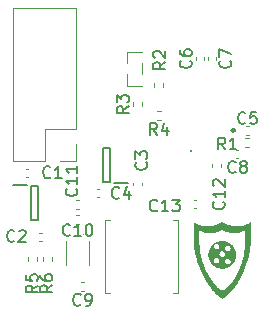
<source format=gbr>
%TF.GenerationSoftware,KiCad,Pcbnew,9.0.1*%
%TF.CreationDate,2025-04-18T20:02:12-04:00*%
%TF.ProjectId,M.2 to USB V1.0,4d2e3220-746f-4205-9553-422056312e30,rev?*%
%TF.SameCoordinates,Original*%
%TF.FileFunction,Legend,Top*%
%TF.FilePolarity,Positive*%
%FSLAX46Y46*%
G04 Gerber Fmt 4.6, Leading zero omitted, Abs format (unit mm)*
G04 Created by KiCad (PCBNEW 9.0.1) date 2025-04-18 20:02:12*
%MOMM*%
%LPD*%
G01*
G04 APERTURE LIST*
%ADD10C,0.150000*%
%ADD11C,0.200000*%
%ADD12C,0.120000*%
%ADD13C,0.100000*%
%ADD14C,0.000000*%
%ADD15C,0.250000*%
G04 APERTURE END LIST*
D10*
X149477142Y-88364580D02*
X149429523Y-88412200D01*
X149429523Y-88412200D02*
X149286666Y-88459819D01*
X149286666Y-88459819D02*
X149191428Y-88459819D01*
X149191428Y-88459819D02*
X149048571Y-88412200D01*
X149048571Y-88412200D02*
X148953333Y-88316961D01*
X148953333Y-88316961D02*
X148905714Y-88221723D01*
X148905714Y-88221723D02*
X148858095Y-88031247D01*
X148858095Y-88031247D02*
X148858095Y-87888390D01*
X148858095Y-87888390D02*
X148905714Y-87697914D01*
X148905714Y-87697914D02*
X148953333Y-87602676D01*
X148953333Y-87602676D02*
X149048571Y-87507438D01*
X149048571Y-87507438D02*
X149191428Y-87459819D01*
X149191428Y-87459819D02*
X149286666Y-87459819D01*
X149286666Y-87459819D02*
X149429523Y-87507438D01*
X149429523Y-87507438D02*
X149477142Y-87555057D01*
X150429523Y-88459819D02*
X149858095Y-88459819D01*
X150143809Y-88459819D02*
X150143809Y-87459819D01*
X150143809Y-87459819D02*
X150048571Y-87602676D01*
X150048571Y-87602676D02*
X149953333Y-87697914D01*
X149953333Y-87697914D02*
X149858095Y-87745533D01*
X151048571Y-87459819D02*
X151143809Y-87459819D01*
X151143809Y-87459819D02*
X151239047Y-87507438D01*
X151239047Y-87507438D02*
X151286666Y-87555057D01*
X151286666Y-87555057D02*
X151334285Y-87650295D01*
X151334285Y-87650295D02*
X151381904Y-87840771D01*
X151381904Y-87840771D02*
X151381904Y-88078866D01*
X151381904Y-88078866D02*
X151334285Y-88269342D01*
X151334285Y-88269342D02*
X151286666Y-88364580D01*
X151286666Y-88364580D02*
X151239047Y-88412200D01*
X151239047Y-88412200D02*
X151143809Y-88459819D01*
X151143809Y-88459819D02*
X151048571Y-88459819D01*
X151048571Y-88459819D02*
X150953333Y-88412200D01*
X150953333Y-88412200D02*
X150905714Y-88364580D01*
X150905714Y-88364580D02*
X150858095Y-88269342D01*
X150858095Y-88269342D02*
X150810476Y-88078866D01*
X150810476Y-88078866D02*
X150810476Y-87840771D01*
X150810476Y-87840771D02*
X150858095Y-87650295D01*
X150858095Y-87650295D02*
X150905714Y-87555057D01*
X150905714Y-87555057D02*
X150953333Y-87507438D01*
X150953333Y-87507438D02*
X151048571Y-87459819D01*
X156872142Y-86292080D02*
X156824523Y-86339700D01*
X156824523Y-86339700D02*
X156681666Y-86387319D01*
X156681666Y-86387319D02*
X156586428Y-86387319D01*
X156586428Y-86387319D02*
X156443571Y-86339700D01*
X156443571Y-86339700D02*
X156348333Y-86244461D01*
X156348333Y-86244461D02*
X156300714Y-86149223D01*
X156300714Y-86149223D02*
X156253095Y-85958747D01*
X156253095Y-85958747D02*
X156253095Y-85815890D01*
X156253095Y-85815890D02*
X156300714Y-85625414D01*
X156300714Y-85625414D02*
X156348333Y-85530176D01*
X156348333Y-85530176D02*
X156443571Y-85434938D01*
X156443571Y-85434938D02*
X156586428Y-85387319D01*
X156586428Y-85387319D02*
X156681666Y-85387319D01*
X156681666Y-85387319D02*
X156824523Y-85434938D01*
X156824523Y-85434938D02*
X156872142Y-85482557D01*
X157824523Y-86387319D02*
X157253095Y-86387319D01*
X157538809Y-86387319D02*
X157538809Y-85387319D01*
X157538809Y-85387319D02*
X157443571Y-85530176D01*
X157443571Y-85530176D02*
X157348333Y-85625414D01*
X157348333Y-85625414D02*
X157253095Y-85673033D01*
X158157857Y-85387319D02*
X158776904Y-85387319D01*
X158776904Y-85387319D02*
X158443571Y-85768271D01*
X158443571Y-85768271D02*
X158586428Y-85768271D01*
X158586428Y-85768271D02*
X158681666Y-85815890D01*
X158681666Y-85815890D02*
X158729285Y-85863509D01*
X158729285Y-85863509D02*
X158776904Y-85958747D01*
X158776904Y-85958747D02*
X158776904Y-86196842D01*
X158776904Y-86196842D02*
X158729285Y-86292080D01*
X158729285Y-86292080D02*
X158681666Y-86339700D01*
X158681666Y-86339700D02*
X158586428Y-86387319D01*
X158586428Y-86387319D02*
X158300714Y-86387319D01*
X158300714Y-86387319D02*
X158205476Y-86339700D01*
X158205476Y-86339700D02*
X158157857Y-86292080D01*
X150024580Y-84457857D02*
X150072200Y-84505476D01*
X150072200Y-84505476D02*
X150119819Y-84648333D01*
X150119819Y-84648333D02*
X150119819Y-84743571D01*
X150119819Y-84743571D02*
X150072200Y-84886428D01*
X150072200Y-84886428D02*
X149976961Y-84981666D01*
X149976961Y-84981666D02*
X149881723Y-85029285D01*
X149881723Y-85029285D02*
X149691247Y-85076904D01*
X149691247Y-85076904D02*
X149548390Y-85076904D01*
X149548390Y-85076904D02*
X149357914Y-85029285D01*
X149357914Y-85029285D02*
X149262676Y-84981666D01*
X149262676Y-84981666D02*
X149167438Y-84886428D01*
X149167438Y-84886428D02*
X149119819Y-84743571D01*
X149119819Y-84743571D02*
X149119819Y-84648333D01*
X149119819Y-84648333D02*
X149167438Y-84505476D01*
X149167438Y-84505476D02*
X149215057Y-84457857D01*
X150119819Y-83505476D02*
X150119819Y-84076904D01*
X150119819Y-83791190D02*
X149119819Y-83791190D01*
X149119819Y-83791190D02*
X149262676Y-83886428D01*
X149262676Y-83886428D02*
X149357914Y-83981666D01*
X149357914Y-83981666D02*
X149405533Y-84076904D01*
X150119819Y-82553095D02*
X150119819Y-83124523D01*
X150119819Y-82838809D02*
X149119819Y-82838809D01*
X149119819Y-82838809D02*
X149262676Y-82934047D01*
X149262676Y-82934047D02*
X149357914Y-83029285D01*
X149357914Y-83029285D02*
X149405533Y-83124523D01*
X162623333Y-81139819D02*
X162290000Y-80663628D01*
X162051905Y-81139819D02*
X162051905Y-80139819D01*
X162051905Y-80139819D02*
X162432857Y-80139819D01*
X162432857Y-80139819D02*
X162528095Y-80187438D01*
X162528095Y-80187438D02*
X162575714Y-80235057D01*
X162575714Y-80235057D02*
X162623333Y-80330295D01*
X162623333Y-80330295D02*
X162623333Y-80473152D01*
X162623333Y-80473152D02*
X162575714Y-80568390D01*
X162575714Y-80568390D02*
X162528095Y-80616009D01*
X162528095Y-80616009D02*
X162432857Y-80663628D01*
X162432857Y-80663628D02*
X162051905Y-80663628D01*
X163575714Y-81139819D02*
X163004286Y-81139819D01*
X163290000Y-81139819D02*
X163290000Y-80139819D01*
X163290000Y-80139819D02*
X163194762Y-80282676D01*
X163194762Y-80282676D02*
X163099524Y-80377914D01*
X163099524Y-80377914D02*
X163004286Y-80425533D01*
X146754819Y-92666666D02*
X146278628Y-92999999D01*
X146754819Y-93238094D02*
X145754819Y-93238094D01*
X145754819Y-93238094D02*
X145754819Y-92857142D01*
X145754819Y-92857142D02*
X145802438Y-92761904D01*
X145802438Y-92761904D02*
X145850057Y-92714285D01*
X145850057Y-92714285D02*
X145945295Y-92666666D01*
X145945295Y-92666666D02*
X146088152Y-92666666D01*
X146088152Y-92666666D02*
X146183390Y-92714285D01*
X146183390Y-92714285D02*
X146231009Y-92761904D01*
X146231009Y-92761904D02*
X146278628Y-92857142D01*
X146278628Y-92857142D02*
X146278628Y-93238094D01*
X145754819Y-91761904D02*
X145754819Y-92238094D01*
X145754819Y-92238094D02*
X146231009Y-92285713D01*
X146231009Y-92285713D02*
X146183390Y-92238094D01*
X146183390Y-92238094D02*
X146135771Y-92142856D01*
X146135771Y-92142856D02*
X146135771Y-91904761D01*
X146135771Y-91904761D02*
X146183390Y-91809523D01*
X146183390Y-91809523D02*
X146231009Y-91761904D01*
X146231009Y-91761904D02*
X146326247Y-91714285D01*
X146326247Y-91714285D02*
X146564342Y-91714285D01*
X146564342Y-91714285D02*
X146659580Y-91761904D01*
X146659580Y-91761904D02*
X146707200Y-91809523D01*
X146707200Y-91809523D02*
X146754819Y-91904761D01*
X146754819Y-91904761D02*
X146754819Y-92142856D01*
X146754819Y-92142856D02*
X146707200Y-92238094D01*
X146707200Y-92238094D02*
X146659580Y-92285713D01*
X150378333Y-94274580D02*
X150330714Y-94322200D01*
X150330714Y-94322200D02*
X150187857Y-94369819D01*
X150187857Y-94369819D02*
X150092619Y-94369819D01*
X150092619Y-94369819D02*
X149949762Y-94322200D01*
X149949762Y-94322200D02*
X149854524Y-94226961D01*
X149854524Y-94226961D02*
X149806905Y-94131723D01*
X149806905Y-94131723D02*
X149759286Y-93941247D01*
X149759286Y-93941247D02*
X149759286Y-93798390D01*
X149759286Y-93798390D02*
X149806905Y-93607914D01*
X149806905Y-93607914D02*
X149854524Y-93512676D01*
X149854524Y-93512676D02*
X149949762Y-93417438D01*
X149949762Y-93417438D02*
X150092619Y-93369819D01*
X150092619Y-93369819D02*
X150187857Y-93369819D01*
X150187857Y-93369819D02*
X150330714Y-93417438D01*
X150330714Y-93417438D02*
X150378333Y-93465057D01*
X150854524Y-94369819D02*
X151045000Y-94369819D01*
X151045000Y-94369819D02*
X151140238Y-94322200D01*
X151140238Y-94322200D02*
X151187857Y-94274580D01*
X151187857Y-94274580D02*
X151283095Y-94131723D01*
X151283095Y-94131723D02*
X151330714Y-93941247D01*
X151330714Y-93941247D02*
X151330714Y-93560295D01*
X151330714Y-93560295D02*
X151283095Y-93465057D01*
X151283095Y-93465057D02*
X151235476Y-93417438D01*
X151235476Y-93417438D02*
X151140238Y-93369819D01*
X151140238Y-93369819D02*
X150949762Y-93369819D01*
X150949762Y-93369819D02*
X150854524Y-93417438D01*
X150854524Y-93417438D02*
X150806905Y-93465057D01*
X150806905Y-93465057D02*
X150759286Y-93560295D01*
X150759286Y-93560295D02*
X150759286Y-93798390D01*
X150759286Y-93798390D02*
X150806905Y-93893628D01*
X150806905Y-93893628D02*
X150854524Y-93941247D01*
X150854524Y-93941247D02*
X150949762Y-93988866D01*
X150949762Y-93988866D02*
X151140238Y-93988866D01*
X151140238Y-93988866D02*
X151235476Y-93941247D01*
X151235476Y-93941247D02*
X151283095Y-93893628D01*
X151283095Y-93893628D02*
X151330714Y-93798390D01*
X159684580Y-73621666D02*
X159732200Y-73669285D01*
X159732200Y-73669285D02*
X159779819Y-73812142D01*
X159779819Y-73812142D02*
X159779819Y-73907380D01*
X159779819Y-73907380D02*
X159732200Y-74050237D01*
X159732200Y-74050237D02*
X159636961Y-74145475D01*
X159636961Y-74145475D02*
X159541723Y-74193094D01*
X159541723Y-74193094D02*
X159351247Y-74240713D01*
X159351247Y-74240713D02*
X159208390Y-74240713D01*
X159208390Y-74240713D02*
X159017914Y-74193094D01*
X159017914Y-74193094D02*
X158922676Y-74145475D01*
X158922676Y-74145475D02*
X158827438Y-74050237D01*
X158827438Y-74050237D02*
X158779819Y-73907380D01*
X158779819Y-73907380D02*
X158779819Y-73812142D01*
X158779819Y-73812142D02*
X158827438Y-73669285D01*
X158827438Y-73669285D02*
X158875057Y-73621666D01*
X158779819Y-72764523D02*
X158779819Y-72954999D01*
X158779819Y-72954999D02*
X158827438Y-73050237D01*
X158827438Y-73050237D02*
X158875057Y-73097856D01*
X158875057Y-73097856D02*
X159017914Y-73193094D01*
X159017914Y-73193094D02*
X159208390Y-73240713D01*
X159208390Y-73240713D02*
X159589342Y-73240713D01*
X159589342Y-73240713D02*
X159684580Y-73193094D01*
X159684580Y-73193094D02*
X159732200Y-73145475D01*
X159732200Y-73145475D02*
X159779819Y-73050237D01*
X159779819Y-73050237D02*
X159779819Y-72859761D01*
X159779819Y-72859761D02*
X159732200Y-72764523D01*
X159732200Y-72764523D02*
X159684580Y-72716904D01*
X159684580Y-72716904D02*
X159589342Y-72669285D01*
X159589342Y-72669285D02*
X159351247Y-72669285D01*
X159351247Y-72669285D02*
X159256009Y-72716904D01*
X159256009Y-72716904D02*
X159208390Y-72764523D01*
X159208390Y-72764523D02*
X159160771Y-72859761D01*
X159160771Y-72859761D02*
X159160771Y-73050237D01*
X159160771Y-73050237D02*
X159208390Y-73145475D01*
X159208390Y-73145475D02*
X159256009Y-73193094D01*
X159256009Y-73193094D02*
X159351247Y-73240713D01*
X155924580Y-82246666D02*
X155972200Y-82294285D01*
X155972200Y-82294285D02*
X156019819Y-82437142D01*
X156019819Y-82437142D02*
X156019819Y-82532380D01*
X156019819Y-82532380D02*
X155972200Y-82675237D01*
X155972200Y-82675237D02*
X155876961Y-82770475D01*
X155876961Y-82770475D02*
X155781723Y-82818094D01*
X155781723Y-82818094D02*
X155591247Y-82865713D01*
X155591247Y-82865713D02*
X155448390Y-82865713D01*
X155448390Y-82865713D02*
X155257914Y-82818094D01*
X155257914Y-82818094D02*
X155162676Y-82770475D01*
X155162676Y-82770475D02*
X155067438Y-82675237D01*
X155067438Y-82675237D02*
X155019819Y-82532380D01*
X155019819Y-82532380D02*
X155019819Y-82437142D01*
X155019819Y-82437142D02*
X155067438Y-82294285D01*
X155067438Y-82294285D02*
X155115057Y-82246666D01*
X155019819Y-81913332D02*
X155019819Y-81294285D01*
X155019819Y-81294285D02*
X155400771Y-81627618D01*
X155400771Y-81627618D02*
X155400771Y-81484761D01*
X155400771Y-81484761D02*
X155448390Y-81389523D01*
X155448390Y-81389523D02*
X155496009Y-81341904D01*
X155496009Y-81341904D02*
X155591247Y-81294285D01*
X155591247Y-81294285D02*
X155829342Y-81294285D01*
X155829342Y-81294285D02*
X155924580Y-81341904D01*
X155924580Y-81341904D02*
X155972200Y-81389523D01*
X155972200Y-81389523D02*
X156019819Y-81484761D01*
X156019819Y-81484761D02*
X156019819Y-81770475D01*
X156019819Y-81770475D02*
X155972200Y-81865713D01*
X155972200Y-81865713D02*
X155924580Y-81913332D01*
X157554819Y-73756666D02*
X157078628Y-74089999D01*
X157554819Y-74328094D02*
X156554819Y-74328094D01*
X156554819Y-74328094D02*
X156554819Y-73947142D01*
X156554819Y-73947142D02*
X156602438Y-73851904D01*
X156602438Y-73851904D02*
X156650057Y-73804285D01*
X156650057Y-73804285D02*
X156745295Y-73756666D01*
X156745295Y-73756666D02*
X156888152Y-73756666D01*
X156888152Y-73756666D02*
X156983390Y-73804285D01*
X156983390Y-73804285D02*
X157031009Y-73851904D01*
X157031009Y-73851904D02*
X157078628Y-73947142D01*
X157078628Y-73947142D02*
X157078628Y-74328094D01*
X156650057Y-73375713D02*
X156602438Y-73328094D01*
X156602438Y-73328094D02*
X156554819Y-73232856D01*
X156554819Y-73232856D02*
X156554819Y-72994761D01*
X156554819Y-72994761D02*
X156602438Y-72899523D01*
X156602438Y-72899523D02*
X156650057Y-72851904D01*
X156650057Y-72851904D02*
X156745295Y-72804285D01*
X156745295Y-72804285D02*
X156840533Y-72804285D01*
X156840533Y-72804285D02*
X156983390Y-72851904D01*
X156983390Y-72851904D02*
X157554819Y-73423332D01*
X157554819Y-73423332D02*
X157554819Y-72804285D01*
X162479580Y-85577857D02*
X162527200Y-85625476D01*
X162527200Y-85625476D02*
X162574819Y-85768333D01*
X162574819Y-85768333D02*
X162574819Y-85863571D01*
X162574819Y-85863571D02*
X162527200Y-86006428D01*
X162527200Y-86006428D02*
X162431961Y-86101666D01*
X162431961Y-86101666D02*
X162336723Y-86149285D01*
X162336723Y-86149285D02*
X162146247Y-86196904D01*
X162146247Y-86196904D02*
X162003390Y-86196904D01*
X162003390Y-86196904D02*
X161812914Y-86149285D01*
X161812914Y-86149285D02*
X161717676Y-86101666D01*
X161717676Y-86101666D02*
X161622438Y-86006428D01*
X161622438Y-86006428D02*
X161574819Y-85863571D01*
X161574819Y-85863571D02*
X161574819Y-85768333D01*
X161574819Y-85768333D02*
X161622438Y-85625476D01*
X161622438Y-85625476D02*
X161670057Y-85577857D01*
X162574819Y-84625476D02*
X162574819Y-85196904D01*
X162574819Y-84911190D02*
X161574819Y-84911190D01*
X161574819Y-84911190D02*
X161717676Y-85006428D01*
X161717676Y-85006428D02*
X161812914Y-85101666D01*
X161812914Y-85101666D02*
X161860533Y-85196904D01*
X161670057Y-84244523D02*
X161622438Y-84196904D01*
X161622438Y-84196904D02*
X161574819Y-84101666D01*
X161574819Y-84101666D02*
X161574819Y-83863571D01*
X161574819Y-83863571D02*
X161622438Y-83768333D01*
X161622438Y-83768333D02*
X161670057Y-83720714D01*
X161670057Y-83720714D02*
X161765295Y-83673095D01*
X161765295Y-83673095D02*
X161860533Y-83673095D01*
X161860533Y-83673095D02*
X162003390Y-83720714D01*
X162003390Y-83720714D02*
X162574819Y-84292142D01*
X162574819Y-84292142D02*
X162574819Y-83673095D01*
X156855833Y-79919819D02*
X156522500Y-79443628D01*
X156284405Y-79919819D02*
X156284405Y-78919819D01*
X156284405Y-78919819D02*
X156665357Y-78919819D01*
X156665357Y-78919819D02*
X156760595Y-78967438D01*
X156760595Y-78967438D02*
X156808214Y-79015057D01*
X156808214Y-79015057D02*
X156855833Y-79110295D01*
X156855833Y-79110295D02*
X156855833Y-79253152D01*
X156855833Y-79253152D02*
X156808214Y-79348390D01*
X156808214Y-79348390D02*
X156760595Y-79396009D01*
X156760595Y-79396009D02*
X156665357Y-79443628D01*
X156665357Y-79443628D02*
X156284405Y-79443628D01*
X157712976Y-79253152D02*
X157712976Y-79919819D01*
X157474881Y-78872200D02*
X157236786Y-79586485D01*
X157236786Y-79586485D02*
X157855833Y-79586485D01*
X154439819Y-77496666D02*
X153963628Y-77829999D01*
X154439819Y-78068094D02*
X153439819Y-78068094D01*
X153439819Y-78068094D02*
X153439819Y-77687142D01*
X153439819Y-77687142D02*
X153487438Y-77591904D01*
X153487438Y-77591904D02*
X153535057Y-77544285D01*
X153535057Y-77544285D02*
X153630295Y-77496666D01*
X153630295Y-77496666D02*
X153773152Y-77496666D01*
X153773152Y-77496666D02*
X153868390Y-77544285D01*
X153868390Y-77544285D02*
X153916009Y-77591904D01*
X153916009Y-77591904D02*
X153963628Y-77687142D01*
X153963628Y-77687142D02*
X153963628Y-78068094D01*
X153439819Y-77163332D02*
X153439819Y-76544285D01*
X153439819Y-76544285D02*
X153820771Y-76877618D01*
X153820771Y-76877618D02*
X153820771Y-76734761D01*
X153820771Y-76734761D02*
X153868390Y-76639523D01*
X153868390Y-76639523D02*
X153916009Y-76591904D01*
X153916009Y-76591904D02*
X154011247Y-76544285D01*
X154011247Y-76544285D02*
X154249342Y-76544285D01*
X154249342Y-76544285D02*
X154344580Y-76591904D01*
X154344580Y-76591904D02*
X154392200Y-76639523D01*
X154392200Y-76639523D02*
X154439819Y-76734761D01*
X154439819Y-76734761D02*
X154439819Y-77020475D01*
X154439819Y-77020475D02*
X154392200Y-77115713D01*
X154392200Y-77115713D02*
X154344580Y-77163332D01*
X163029580Y-73616666D02*
X163077200Y-73664285D01*
X163077200Y-73664285D02*
X163124819Y-73807142D01*
X163124819Y-73807142D02*
X163124819Y-73902380D01*
X163124819Y-73902380D02*
X163077200Y-74045237D01*
X163077200Y-74045237D02*
X162981961Y-74140475D01*
X162981961Y-74140475D02*
X162886723Y-74188094D01*
X162886723Y-74188094D02*
X162696247Y-74235713D01*
X162696247Y-74235713D02*
X162553390Y-74235713D01*
X162553390Y-74235713D02*
X162362914Y-74188094D01*
X162362914Y-74188094D02*
X162267676Y-74140475D01*
X162267676Y-74140475D02*
X162172438Y-74045237D01*
X162172438Y-74045237D02*
X162124819Y-73902380D01*
X162124819Y-73902380D02*
X162124819Y-73807142D01*
X162124819Y-73807142D02*
X162172438Y-73664285D01*
X162172438Y-73664285D02*
X162220057Y-73616666D01*
X162124819Y-73283332D02*
X162124819Y-72616666D01*
X162124819Y-72616666D02*
X163124819Y-73045237D01*
X147979819Y-92641666D02*
X147503628Y-92974999D01*
X147979819Y-93213094D02*
X146979819Y-93213094D01*
X146979819Y-93213094D02*
X146979819Y-92832142D01*
X146979819Y-92832142D02*
X147027438Y-92736904D01*
X147027438Y-92736904D02*
X147075057Y-92689285D01*
X147075057Y-92689285D02*
X147170295Y-92641666D01*
X147170295Y-92641666D02*
X147313152Y-92641666D01*
X147313152Y-92641666D02*
X147408390Y-92689285D01*
X147408390Y-92689285D02*
X147456009Y-92736904D01*
X147456009Y-92736904D02*
X147503628Y-92832142D01*
X147503628Y-92832142D02*
X147503628Y-93213094D01*
X146979819Y-91784523D02*
X146979819Y-91974999D01*
X146979819Y-91974999D02*
X147027438Y-92070237D01*
X147027438Y-92070237D02*
X147075057Y-92117856D01*
X147075057Y-92117856D02*
X147217914Y-92213094D01*
X147217914Y-92213094D02*
X147408390Y-92260713D01*
X147408390Y-92260713D02*
X147789342Y-92260713D01*
X147789342Y-92260713D02*
X147884580Y-92213094D01*
X147884580Y-92213094D02*
X147932200Y-92165475D01*
X147932200Y-92165475D02*
X147979819Y-92070237D01*
X147979819Y-92070237D02*
X147979819Y-91879761D01*
X147979819Y-91879761D02*
X147932200Y-91784523D01*
X147932200Y-91784523D02*
X147884580Y-91736904D01*
X147884580Y-91736904D02*
X147789342Y-91689285D01*
X147789342Y-91689285D02*
X147551247Y-91689285D01*
X147551247Y-91689285D02*
X147456009Y-91736904D01*
X147456009Y-91736904D02*
X147408390Y-91784523D01*
X147408390Y-91784523D02*
X147360771Y-91879761D01*
X147360771Y-91879761D02*
X147360771Y-92070237D01*
X147360771Y-92070237D02*
X147408390Y-92165475D01*
X147408390Y-92165475D02*
X147456009Y-92213094D01*
X147456009Y-92213094D02*
X147551247Y-92260713D01*
X163498333Y-83032080D02*
X163450714Y-83079700D01*
X163450714Y-83079700D02*
X163307857Y-83127319D01*
X163307857Y-83127319D02*
X163212619Y-83127319D01*
X163212619Y-83127319D02*
X163069762Y-83079700D01*
X163069762Y-83079700D02*
X162974524Y-82984461D01*
X162974524Y-82984461D02*
X162926905Y-82889223D01*
X162926905Y-82889223D02*
X162879286Y-82698747D01*
X162879286Y-82698747D02*
X162879286Y-82555890D01*
X162879286Y-82555890D02*
X162926905Y-82365414D01*
X162926905Y-82365414D02*
X162974524Y-82270176D01*
X162974524Y-82270176D02*
X163069762Y-82174938D01*
X163069762Y-82174938D02*
X163212619Y-82127319D01*
X163212619Y-82127319D02*
X163307857Y-82127319D01*
X163307857Y-82127319D02*
X163450714Y-82174938D01*
X163450714Y-82174938D02*
X163498333Y-82222557D01*
X164069762Y-82555890D02*
X163974524Y-82508271D01*
X163974524Y-82508271D02*
X163926905Y-82460652D01*
X163926905Y-82460652D02*
X163879286Y-82365414D01*
X163879286Y-82365414D02*
X163879286Y-82317795D01*
X163879286Y-82317795D02*
X163926905Y-82222557D01*
X163926905Y-82222557D02*
X163974524Y-82174938D01*
X163974524Y-82174938D02*
X164069762Y-82127319D01*
X164069762Y-82127319D02*
X164260238Y-82127319D01*
X164260238Y-82127319D02*
X164355476Y-82174938D01*
X164355476Y-82174938D02*
X164403095Y-82222557D01*
X164403095Y-82222557D02*
X164450714Y-82317795D01*
X164450714Y-82317795D02*
X164450714Y-82365414D01*
X164450714Y-82365414D02*
X164403095Y-82460652D01*
X164403095Y-82460652D02*
X164355476Y-82508271D01*
X164355476Y-82508271D02*
X164260238Y-82555890D01*
X164260238Y-82555890D02*
X164069762Y-82555890D01*
X164069762Y-82555890D02*
X163974524Y-82603509D01*
X163974524Y-82603509D02*
X163926905Y-82651128D01*
X163926905Y-82651128D02*
X163879286Y-82746366D01*
X163879286Y-82746366D02*
X163879286Y-82936842D01*
X163879286Y-82936842D02*
X163926905Y-83032080D01*
X163926905Y-83032080D02*
X163974524Y-83079700D01*
X163974524Y-83079700D02*
X164069762Y-83127319D01*
X164069762Y-83127319D02*
X164260238Y-83127319D01*
X164260238Y-83127319D02*
X164355476Y-83079700D01*
X164355476Y-83079700D02*
X164403095Y-83032080D01*
X164403095Y-83032080D02*
X164450714Y-82936842D01*
X164450714Y-82936842D02*
X164450714Y-82746366D01*
X164450714Y-82746366D02*
X164403095Y-82651128D01*
X164403095Y-82651128D02*
X164355476Y-82603509D01*
X164355476Y-82603509D02*
X164260238Y-82555890D01*
X144785833Y-88879580D02*
X144738214Y-88927200D01*
X144738214Y-88927200D02*
X144595357Y-88974819D01*
X144595357Y-88974819D02*
X144500119Y-88974819D01*
X144500119Y-88974819D02*
X144357262Y-88927200D01*
X144357262Y-88927200D02*
X144262024Y-88831961D01*
X144262024Y-88831961D02*
X144214405Y-88736723D01*
X144214405Y-88736723D02*
X144166786Y-88546247D01*
X144166786Y-88546247D02*
X144166786Y-88403390D01*
X144166786Y-88403390D02*
X144214405Y-88212914D01*
X144214405Y-88212914D02*
X144262024Y-88117676D01*
X144262024Y-88117676D02*
X144357262Y-88022438D01*
X144357262Y-88022438D02*
X144500119Y-87974819D01*
X144500119Y-87974819D02*
X144595357Y-87974819D01*
X144595357Y-87974819D02*
X144738214Y-88022438D01*
X144738214Y-88022438D02*
X144785833Y-88070057D01*
X145166786Y-88070057D02*
X145214405Y-88022438D01*
X145214405Y-88022438D02*
X145309643Y-87974819D01*
X145309643Y-87974819D02*
X145547738Y-87974819D01*
X145547738Y-87974819D02*
X145642976Y-88022438D01*
X145642976Y-88022438D02*
X145690595Y-88070057D01*
X145690595Y-88070057D02*
X145738214Y-88165295D01*
X145738214Y-88165295D02*
X145738214Y-88260533D01*
X145738214Y-88260533D02*
X145690595Y-88403390D01*
X145690595Y-88403390D02*
X145119167Y-88974819D01*
X145119167Y-88974819D02*
X145738214Y-88974819D01*
X153653333Y-85224580D02*
X153605714Y-85272200D01*
X153605714Y-85272200D02*
X153462857Y-85319819D01*
X153462857Y-85319819D02*
X153367619Y-85319819D01*
X153367619Y-85319819D02*
X153224762Y-85272200D01*
X153224762Y-85272200D02*
X153129524Y-85176961D01*
X153129524Y-85176961D02*
X153081905Y-85081723D01*
X153081905Y-85081723D02*
X153034286Y-84891247D01*
X153034286Y-84891247D02*
X153034286Y-84748390D01*
X153034286Y-84748390D02*
X153081905Y-84557914D01*
X153081905Y-84557914D02*
X153129524Y-84462676D01*
X153129524Y-84462676D02*
X153224762Y-84367438D01*
X153224762Y-84367438D02*
X153367619Y-84319819D01*
X153367619Y-84319819D02*
X153462857Y-84319819D01*
X153462857Y-84319819D02*
X153605714Y-84367438D01*
X153605714Y-84367438D02*
X153653333Y-84415057D01*
X154510476Y-84653152D02*
X154510476Y-85319819D01*
X154272381Y-84272200D02*
X154034286Y-84986485D01*
X154034286Y-84986485D02*
X154653333Y-84986485D01*
X164340833Y-78877080D02*
X164293214Y-78924700D01*
X164293214Y-78924700D02*
X164150357Y-78972319D01*
X164150357Y-78972319D02*
X164055119Y-78972319D01*
X164055119Y-78972319D02*
X163912262Y-78924700D01*
X163912262Y-78924700D02*
X163817024Y-78829461D01*
X163817024Y-78829461D02*
X163769405Y-78734223D01*
X163769405Y-78734223D02*
X163721786Y-78543747D01*
X163721786Y-78543747D02*
X163721786Y-78400890D01*
X163721786Y-78400890D02*
X163769405Y-78210414D01*
X163769405Y-78210414D02*
X163817024Y-78115176D01*
X163817024Y-78115176D02*
X163912262Y-78019938D01*
X163912262Y-78019938D02*
X164055119Y-77972319D01*
X164055119Y-77972319D02*
X164150357Y-77972319D01*
X164150357Y-77972319D02*
X164293214Y-78019938D01*
X164293214Y-78019938D02*
X164340833Y-78067557D01*
X165245595Y-77972319D02*
X164769405Y-77972319D01*
X164769405Y-77972319D02*
X164721786Y-78448509D01*
X164721786Y-78448509D02*
X164769405Y-78400890D01*
X164769405Y-78400890D02*
X164864643Y-78353271D01*
X164864643Y-78353271D02*
X165102738Y-78353271D01*
X165102738Y-78353271D02*
X165197976Y-78400890D01*
X165197976Y-78400890D02*
X165245595Y-78448509D01*
X165245595Y-78448509D02*
X165293214Y-78543747D01*
X165293214Y-78543747D02*
X165293214Y-78781842D01*
X165293214Y-78781842D02*
X165245595Y-78877080D01*
X165245595Y-78877080D02*
X165197976Y-78924700D01*
X165197976Y-78924700D02*
X165102738Y-78972319D01*
X165102738Y-78972319D02*
X164864643Y-78972319D01*
X164864643Y-78972319D02*
X164769405Y-78924700D01*
X164769405Y-78924700D02*
X164721786Y-78877080D01*
X147828333Y-83484580D02*
X147780714Y-83532200D01*
X147780714Y-83532200D02*
X147637857Y-83579819D01*
X147637857Y-83579819D02*
X147542619Y-83579819D01*
X147542619Y-83579819D02*
X147399762Y-83532200D01*
X147399762Y-83532200D02*
X147304524Y-83436961D01*
X147304524Y-83436961D02*
X147256905Y-83341723D01*
X147256905Y-83341723D02*
X147209286Y-83151247D01*
X147209286Y-83151247D02*
X147209286Y-83008390D01*
X147209286Y-83008390D02*
X147256905Y-82817914D01*
X147256905Y-82817914D02*
X147304524Y-82722676D01*
X147304524Y-82722676D02*
X147399762Y-82627438D01*
X147399762Y-82627438D02*
X147542619Y-82579819D01*
X147542619Y-82579819D02*
X147637857Y-82579819D01*
X147637857Y-82579819D02*
X147780714Y-82627438D01*
X147780714Y-82627438D02*
X147828333Y-82675057D01*
X148780714Y-83579819D02*
X148209286Y-83579819D01*
X148495000Y-83579819D02*
X148495000Y-82579819D01*
X148495000Y-82579819D02*
X148399762Y-82722676D01*
X148399762Y-82722676D02*
X148304524Y-82817914D01*
X148304524Y-82817914D02*
X148209286Y-82865533D01*
D11*
%TO.C,IC2*%
X144665000Y-84160000D02*
X145865000Y-84160000D01*
X146215000Y-84210000D02*
X146815000Y-84210000D01*
X146215000Y-87110000D02*
X146215000Y-84210000D01*
X146815000Y-84210000D02*
X146815000Y-87110000D01*
X146815000Y-87110000D02*
X146215000Y-87110000D01*
D12*
%TO.C,C10*%
X150235835Y-86715000D02*
X150004165Y-86715000D01*
X150235835Y-87435000D02*
X150004165Y-87435000D01*
%TO.C,L1*%
X152445000Y-87120000D02*
X152895000Y-87120000D01*
X152445000Y-93320000D02*
X152445000Y-87120000D01*
X152445000Y-93320000D02*
X152895000Y-93320000D01*
X158645000Y-87120000D02*
X158195000Y-87120000D01*
X158645000Y-87120000D02*
X158645000Y-93320000D01*
X158645000Y-93320000D02*
X158195000Y-93320000D01*
%TO.C,C13*%
X159949165Y-85405000D02*
X160180835Y-85405000D01*
X159949165Y-86125000D02*
X160180835Y-86125000D01*
%TO.C,C11*%
X150235835Y-85440000D02*
X150004165Y-85440000D01*
X150235835Y-86160000D02*
X150004165Y-86160000D01*
%TO.C,R1*%
X164338859Y-80212500D02*
X164646141Y-80212500D01*
X164338859Y-80972500D02*
X164646141Y-80972500D01*
%TO.C,R5*%
X145925000Y-90570121D02*
X145925000Y-90234879D01*
X146685000Y-90570121D02*
X146685000Y-90234879D01*
%TO.C,C9*%
X150660835Y-92395000D02*
X150429165Y-92395000D01*
X150660835Y-93115000D02*
X150429165Y-93115000D01*
D13*
%TO.C,PS1*%
X149115000Y-88905000D02*
X149115000Y-90905000D01*
X150615000Y-88305000D02*
X150615000Y-88305000D01*
X150715000Y-88305000D02*
X150715000Y-88305000D01*
X151115000Y-88905000D02*
X151115000Y-90905000D01*
X150615000Y-88305000D02*
G75*
G02*
X150715000Y-88305000I50000J0D01*
G01*
X150715000Y-88305000D02*
G75*
G02*
X150615000Y-88305000I-50000J0D01*
G01*
D12*
%TO.C,J2*%
X144700000Y-82085000D02*
X144700000Y-69165000D01*
X147350000Y-79435000D02*
X147350000Y-82085000D01*
X147350000Y-82085000D02*
X144700000Y-82085000D01*
X150000000Y-69165000D02*
X144700000Y-69165000D01*
X150000000Y-79435000D02*
X147350000Y-79435000D01*
X150000000Y-79435000D02*
X150000000Y-69165000D01*
X150000000Y-80705000D02*
X150000000Y-82085000D01*
X150000000Y-82085000D02*
X148620000Y-82085000D01*
%TO.C,C6*%
X160125000Y-73570835D02*
X160125000Y-73339165D01*
X160845000Y-73570835D02*
X160845000Y-73339165D01*
%TO.C,C3*%
X154820000Y-84178335D02*
X154820000Y-83946665D01*
X155540000Y-84178335D02*
X155540000Y-83946665D01*
D14*
%TO.C,G\u002A\u002A\u002A*%
G36*
X162408509Y-87304495D02*
G01*
X162490484Y-87346298D01*
X162572122Y-87385497D01*
X162653361Y-87422070D01*
X162734140Y-87455996D01*
X162814397Y-87487250D01*
X162894070Y-87515810D01*
X162973098Y-87541654D01*
X163051419Y-87564759D01*
X163128972Y-87585101D01*
X163205694Y-87602659D01*
X163232767Y-87608228D01*
X163311738Y-87622575D01*
X163390233Y-87634006D01*
X163468248Y-87642522D01*
X163545780Y-87648122D01*
X163622826Y-87650807D01*
X163699381Y-87650576D01*
X163775442Y-87647431D01*
X163851005Y-87641370D01*
X163926067Y-87632395D01*
X164000623Y-87620505D01*
X164074671Y-87605700D01*
X164148207Y-87587981D01*
X164215572Y-87569055D01*
X164283449Y-87547276D01*
X164351556Y-87522664D01*
X164419690Y-87495314D01*
X164487650Y-87465324D01*
X164555237Y-87432787D01*
X164622249Y-87397800D01*
X164688484Y-87360459D01*
X164753742Y-87320859D01*
X164801212Y-87290206D01*
X164805282Y-87287508D01*
X164805264Y-88048035D01*
X164805262Y-88107738D01*
X164805259Y-88164566D01*
X164805254Y-88218603D01*
X164805246Y-88269934D01*
X164805235Y-88318644D01*
X164805219Y-88364818D01*
X164805199Y-88408540D01*
X164805174Y-88449895D01*
X164805142Y-88488969D01*
X164805103Y-88525845D01*
X164805057Y-88560608D01*
X164805002Y-88593344D01*
X164804938Y-88624136D01*
X164804864Y-88653071D01*
X164804780Y-88680231D01*
X164804685Y-88705703D01*
X164804578Y-88729571D01*
X164804458Y-88751919D01*
X164804326Y-88772833D01*
X164804179Y-88792397D01*
X164804017Y-88810695D01*
X164803840Y-88827814D01*
X164803647Y-88843837D01*
X164803437Y-88858848D01*
X164803210Y-88872934D01*
X164802965Y-88886179D01*
X164802700Y-88898666D01*
X164802416Y-88910482D01*
X164802112Y-88921711D01*
X164801786Y-88932437D01*
X164801439Y-88942745D01*
X164801069Y-88952721D01*
X164800677Y-88962449D01*
X164800260Y-88972013D01*
X164799819Y-88981498D01*
X164799352Y-88990989D01*
X164798860Y-89000572D01*
X164798341Y-89010329D01*
X164797794Y-89020347D01*
X164797220Y-89030711D01*
X164797063Y-89033525D01*
X164789440Y-89147754D01*
X164779271Y-89263325D01*
X164766584Y-89380121D01*
X164751409Y-89498026D01*
X164733776Y-89616924D01*
X164713713Y-89736698D01*
X164691251Y-89857234D01*
X164666419Y-89978414D01*
X164639247Y-90100122D01*
X164609763Y-90222242D01*
X164577997Y-90344659D01*
X164543979Y-90467255D01*
X164507738Y-90589914D01*
X164469303Y-90712522D01*
X164428705Y-90834960D01*
X164385972Y-90957114D01*
X164341133Y-91078866D01*
X164294219Y-91200102D01*
X164245259Y-91320704D01*
X164194282Y-91440556D01*
X164176993Y-91479988D01*
X164126368Y-91592165D01*
X164074274Y-91702833D01*
X164020764Y-91811908D01*
X163965892Y-91919303D01*
X163909712Y-92024935D01*
X163852276Y-92128718D01*
X163793638Y-92230567D01*
X163733851Y-92330396D01*
X163672969Y-92428121D01*
X163611045Y-92523656D01*
X163548133Y-92616917D01*
X163484286Y-92707818D01*
X163419557Y-92796273D01*
X163354000Y-92882199D01*
X163287668Y-92965510D01*
X163220615Y-93046120D01*
X163152893Y-93123944D01*
X163130006Y-93149444D01*
X163113425Y-93167594D01*
X163095388Y-93187012D01*
X163076184Y-93207403D01*
X163056100Y-93228477D01*
X163035422Y-93249941D01*
X163014439Y-93271502D01*
X162993438Y-93292867D01*
X162972706Y-93313744D01*
X162952531Y-93333840D01*
X162933200Y-93352863D01*
X162915000Y-93370521D01*
X162898220Y-93386521D01*
X162884571Y-93399258D01*
X162830791Y-93447986D01*
X162777931Y-93494180D01*
X162725748Y-93538028D01*
X162673997Y-93579717D01*
X162622435Y-93619435D01*
X162570819Y-93657369D01*
X162518903Y-93693706D01*
X162466445Y-93728635D01*
X162413201Y-93762343D01*
X162409879Y-93764390D01*
X162401542Y-93769509D01*
X162393911Y-93774173D01*
X162387395Y-93778132D01*
X162382405Y-93781140D01*
X162379349Y-93782947D01*
X162378737Y-93783290D01*
X162377578Y-93783581D01*
X162375906Y-93783300D01*
X162373442Y-93782285D01*
X162369908Y-93780376D01*
X162365024Y-93777413D01*
X162358512Y-93773236D01*
X162350093Y-93767683D01*
X162340614Y-93761349D01*
X162272853Y-93714400D01*
X162205214Y-93664504D01*
X162137710Y-93611673D01*
X162070353Y-93555918D01*
X162003156Y-93497251D01*
X161936132Y-93435683D01*
X161869293Y-93371226D01*
X161802651Y-93303891D01*
X161736219Y-93233689D01*
X161670010Y-93160632D01*
X161618580Y-93101733D01*
X161546728Y-93016237D01*
X161475736Y-92928002D01*
X161405658Y-92837139D01*
X161336547Y-92743757D01*
X161268459Y-92647966D01*
X161201446Y-92549876D01*
X161135563Y-92449596D01*
X161070864Y-92347237D01*
X161007402Y-92242907D01*
X160945231Y-92136718D01*
X160884406Y-92028778D01*
X160824979Y-91919197D01*
X160767006Y-91808086D01*
X160710540Y-91695553D01*
X160655634Y-91581710D01*
X160602343Y-91466664D01*
X160550721Y-91350527D01*
X160500822Y-91233408D01*
X160452699Y-91115417D01*
X160406406Y-90996663D01*
X160361998Y-90877257D01*
X160319527Y-90757307D01*
X160279049Y-90636925D01*
X160240617Y-90516219D01*
X160204285Y-90395300D01*
X160170106Y-90274277D01*
X160138135Y-90153260D01*
X160108426Y-90032358D01*
X160105679Y-90020694D01*
X160081985Y-89915970D01*
X160060095Y-89811519D01*
X160040047Y-89707586D01*
X160021883Y-89604415D01*
X160005642Y-89502246D01*
X159991363Y-89401325D01*
X159979086Y-89301895D01*
X159968852Y-89204197D01*
X159964919Y-89160806D01*
X159964102Y-89151331D01*
X159963105Y-89139767D01*
X159962002Y-89126973D01*
X159960866Y-89113810D01*
X159959773Y-89101136D01*
X159959366Y-89096426D01*
X159956109Y-89058685D01*
X159955991Y-88818314D01*
X160446800Y-88818314D01*
X160446808Y-88855725D01*
X160446826Y-88890844D01*
X160446854Y-88923767D01*
X160446894Y-88954588D01*
X160446946Y-88983405D01*
X160447010Y-89010311D01*
X160447088Y-89035403D01*
X160447179Y-89058776D01*
X160447285Y-89080525D01*
X160447406Y-89100746D01*
X160447542Y-89119535D01*
X160447695Y-89136986D01*
X160447865Y-89153195D01*
X160448053Y-89168258D01*
X160448258Y-89182270D01*
X160448483Y-89195326D01*
X160448727Y-89207523D01*
X160448991Y-89218955D01*
X160449275Y-89229718D01*
X160449582Y-89239908D01*
X160449910Y-89249619D01*
X160450260Y-89258947D01*
X160450634Y-89267989D01*
X160451031Y-89276838D01*
X160451454Y-89285592D01*
X160451860Y-89293562D01*
X160458261Y-89392455D01*
X160467210Y-89492718D01*
X160478687Y-89594257D01*
X160492668Y-89696974D01*
X160509132Y-89800774D01*
X160528057Y-89905561D01*
X160549421Y-90011238D01*
X160573202Y-90117710D01*
X160599378Y-90224880D01*
X160627926Y-90332653D01*
X160658826Y-90440931D01*
X160692054Y-90549619D01*
X160727589Y-90658622D01*
X160765410Y-90767842D01*
X160805493Y-90877184D01*
X160827434Y-90934603D01*
X160867365Y-91035175D01*
X160908826Y-91134779D01*
X160951760Y-91233327D01*
X160996111Y-91330727D01*
X161041821Y-91426888D01*
X161088833Y-91521722D01*
X161137092Y-91615137D01*
X161186539Y-91707044D01*
X161237118Y-91797352D01*
X161288772Y-91885970D01*
X161341444Y-91972810D01*
X161395077Y-92057779D01*
X161449615Y-92140789D01*
X161505000Y-92221748D01*
X161561175Y-92300567D01*
X161618085Y-92377156D01*
X161675671Y-92451423D01*
X161733877Y-92523279D01*
X161792646Y-92592634D01*
X161851921Y-92659397D01*
X161911645Y-92723478D01*
X161971762Y-92784786D01*
X162028036Y-92839297D01*
X162073040Y-92881018D01*
X162117163Y-92920358D01*
X162160767Y-92957620D01*
X162204216Y-92993108D01*
X162247872Y-93027127D01*
X162286298Y-93055761D01*
X162293234Y-93060772D01*
X162301320Y-93066530D01*
X162310242Y-93072820D01*
X162319683Y-93079424D01*
X162329329Y-93086124D01*
X162338863Y-93092706D01*
X162347971Y-93098950D01*
X162356337Y-93104642D01*
X162363646Y-93109563D01*
X162369581Y-93113498D01*
X162373828Y-93116229D01*
X162376071Y-93117540D01*
X162376313Y-93117624D01*
X162377764Y-93116894D01*
X162381275Y-93114885D01*
X162386384Y-93111868D01*
X162392629Y-93108114D01*
X162395677Y-93106262D01*
X162405933Y-93099899D01*
X162418100Y-93092164D01*
X162431671Y-93083393D01*
X162446137Y-93073923D01*
X162460993Y-93064090D01*
X162475731Y-93054231D01*
X162489843Y-93044681D01*
X162502824Y-93035778D01*
X162514165Y-93027856D01*
X162517920Y-93025187D01*
X162578598Y-92980281D01*
X162639080Y-92932469D01*
X162699315Y-92881799D01*
X162759247Y-92828322D01*
X162818822Y-92772088D01*
X162877988Y-92713147D01*
X162936688Y-92651548D01*
X162994870Y-92587342D01*
X163006125Y-92574551D01*
X163067082Y-92503131D01*
X163127311Y-92428924D01*
X163186755Y-92352028D01*
X163245352Y-92272541D01*
X163303042Y-92190559D01*
X163359765Y-92106181D01*
X163415461Y-92019505D01*
X163470069Y-91930627D01*
X163523530Y-91839645D01*
X163575783Y-91746656D01*
X163626768Y-91651759D01*
X163676425Y-91555051D01*
X163724694Y-91456629D01*
X163771514Y-91356591D01*
X163808088Y-91275006D01*
X163854902Y-91165704D01*
X163899628Y-91055569D01*
X163942226Y-90944740D01*
X163982660Y-90833360D01*
X164020891Y-90721568D01*
X164056881Y-90609507D01*
X164090593Y-90497316D01*
X164121988Y-90385136D01*
X164151030Y-90273109D01*
X164177680Y-90161376D01*
X164201900Y-90050077D01*
X164223653Y-89939353D01*
X164242901Y-89829345D01*
X164259606Y-89720194D01*
X164273730Y-89612041D01*
X164285235Y-89505027D01*
X164286432Y-89492329D01*
X164288563Y-89468746D01*
X164290539Y-89445504D01*
X164292388Y-89422190D01*
X164294137Y-89398391D01*
X164295815Y-89373691D01*
X164297450Y-89347677D01*
X164299070Y-89319935D01*
X164300703Y-89290052D01*
X164302334Y-89258487D01*
X164302491Y-89254368D01*
X164302641Y-89248326D01*
X164302785Y-89240315D01*
X164302923Y-89230288D01*
X164303055Y-89218196D01*
X164303181Y-89203993D01*
X164303302Y-89187632D01*
X164303417Y-89169066D01*
X164303527Y-89148246D01*
X164303632Y-89125127D01*
X164303732Y-89099662D01*
X164303827Y-89071802D01*
X164303917Y-89041500D01*
X164304003Y-89008710D01*
X164304085Y-88973385D01*
X164304162Y-88935477D01*
X164304235Y-88894938D01*
X164304305Y-88851723D01*
X164304371Y-88805783D01*
X164304433Y-88757071D01*
X164304492Y-88705541D01*
X164304548Y-88651145D01*
X164304601Y-88594123D01*
X164305151Y-87963800D01*
X164301024Y-87966513D01*
X164267305Y-87987932D01*
X164231190Y-88009487D01*
X164193213Y-88030900D01*
X164153909Y-88051894D01*
X164113814Y-88072192D01*
X164073462Y-88091517D01*
X164033387Y-88109592D01*
X163994126Y-88126139D01*
X163989054Y-88128185D01*
X163924652Y-88152460D01*
X163859516Y-88173886D01*
X163793709Y-88192447D01*
X163727295Y-88208128D01*
X163660337Y-88220912D01*
X163592896Y-88230785D01*
X163569470Y-88233519D01*
X163521569Y-88237889D01*
X163471863Y-88240796D01*
X163421124Y-88242229D01*
X163370125Y-88242178D01*
X163319640Y-88240636D01*
X163270439Y-88237592D01*
X163265328Y-88237181D01*
X163197437Y-88230266D01*
X163129161Y-88220659D01*
X163060445Y-88208345D01*
X162991235Y-88193310D01*
X162921476Y-88175539D01*
X162851114Y-88155017D01*
X162780095Y-88131729D01*
X162708365Y-88105660D01*
X162635869Y-88076795D01*
X162562553Y-88045119D01*
X162557141Y-88042684D01*
X162538652Y-88034233D01*
X162518616Y-88024875D01*
X162497692Y-88014931D01*
X162476541Y-88004720D01*
X162455823Y-87994563D01*
X162436199Y-87984780D01*
X162418329Y-87975689D01*
X162410783Y-87971778D01*
X162376165Y-87953709D01*
X162354542Y-87964980D01*
X162279997Y-88002627D01*
X162206026Y-88037560D01*
X162132662Y-88069768D01*
X162059937Y-88099242D01*
X161987881Y-88125969D01*
X161916528Y-88149940D01*
X161845908Y-88171144D01*
X161776054Y-88189571D01*
X161706996Y-88205209D01*
X161638768Y-88218048D01*
X161571400Y-88228078D01*
X161563870Y-88229031D01*
X161540717Y-88231832D01*
X161519587Y-88234206D01*
X161499943Y-88236185D01*
X161481249Y-88237800D01*
X161462969Y-88239085D01*
X161444565Y-88240070D01*
X161425501Y-88240788D01*
X161405240Y-88241270D01*
X161383247Y-88241550D01*
X161358984Y-88241657D01*
X161351669Y-88241661D01*
X161329749Y-88241615D01*
X161310313Y-88241472D01*
X161292888Y-88241210D01*
X161277001Y-88240806D01*
X161262178Y-88240236D01*
X161247944Y-88239478D01*
X161233826Y-88238508D01*
X161219349Y-88237306D01*
X161204040Y-88235846D01*
X161187426Y-88234107D01*
X161181468Y-88233456D01*
X161114316Y-88224603D01*
X161047760Y-88212904D01*
X160981721Y-88198339D01*
X160916121Y-88180888D01*
X160850881Y-88160532D01*
X160785924Y-88137250D01*
X160753744Y-88124593D01*
X160713947Y-88107773D01*
X160672823Y-88089049D01*
X160630997Y-88068745D01*
X160589093Y-88047185D01*
X160547735Y-88024691D01*
X160507545Y-88001588D01*
X160469149Y-87978198D01*
X160459221Y-87971908D01*
X160447381Y-87964341D01*
X160446931Y-88540374D01*
X160446891Y-88593540D01*
X160446858Y-88643842D01*
X160446832Y-88691375D01*
X160446813Y-88736234D01*
X160446802Y-88778515D01*
X160446800Y-88818314D01*
X159955991Y-88818314D01*
X159955677Y-88176096D01*
X159955245Y-87293508D01*
X159960811Y-87296877D01*
X159964763Y-87299345D01*
X159970119Y-87302788D01*
X159975825Y-87306526D01*
X159976736Y-87307131D01*
X159983621Y-87311604D01*
X159992616Y-87317291D01*
X160003270Y-87323920D01*
X160015135Y-87331217D01*
X160027761Y-87338908D01*
X160040699Y-87346721D01*
X160053498Y-87354383D01*
X160065711Y-87361619D01*
X160076886Y-87368158D01*
X160081817Y-87371007D01*
X160152522Y-87410061D01*
X160223653Y-87446187D01*
X160295209Y-87479385D01*
X160367189Y-87509654D01*
X160439593Y-87536994D01*
X160512420Y-87561406D01*
X160585669Y-87582888D01*
X160659340Y-87601441D01*
X160733431Y-87617064D01*
X160807942Y-87629758D01*
X160882872Y-87639522D01*
X160958221Y-87646356D01*
X161033987Y-87650260D01*
X161110170Y-87651234D01*
X161186769Y-87649277D01*
X161263784Y-87644389D01*
X161288029Y-87642252D01*
X161365485Y-87633561D01*
X161443537Y-87621997D01*
X161522188Y-87607558D01*
X161601446Y-87590242D01*
X161681315Y-87570048D01*
X161761801Y-87546974D01*
X161842909Y-87521019D01*
X161924646Y-87492181D01*
X162007016Y-87460459D01*
X162090025Y-87425851D01*
X162135337Y-87405863D01*
X162156083Y-87396409D01*
X162178863Y-87385798D01*
X162203120Y-87374303D01*
X162228295Y-87362197D01*
X162253831Y-87349753D01*
X162279170Y-87337242D01*
X162303754Y-87324938D01*
X162327024Y-87313113D01*
X162348424Y-87302039D01*
X162355969Y-87298074D01*
X162376059Y-87287466D01*
X162408509Y-87304495D01*
G37*
G36*
X162428339Y-88892239D02*
G01*
X162486605Y-88896275D01*
X162544691Y-88903236D01*
X162555624Y-88904879D01*
X162613530Y-88915349D01*
X162670635Y-88928643D01*
X162726843Y-88944713D01*
X162782060Y-88963511D01*
X162836191Y-88984990D01*
X162889142Y-89009100D01*
X162940819Y-89035795D01*
X162991126Y-89065027D01*
X163039970Y-89096747D01*
X163087255Y-89130907D01*
X163132888Y-89167460D01*
X163176773Y-89206358D01*
X163206203Y-89234756D01*
X163246729Y-89277310D01*
X163284883Y-89321580D01*
X163320630Y-89367469D01*
X163353936Y-89414877D01*
X163384769Y-89463709D01*
X163413095Y-89513865D01*
X163438880Y-89565249D01*
X163462090Y-89617762D01*
X163482692Y-89671307D01*
X163500653Y-89725787D01*
X163515939Y-89781104D01*
X163528517Y-89837159D01*
X163538352Y-89893856D01*
X163545412Y-89951097D01*
X163549662Y-90008784D01*
X163551070Y-90066819D01*
X163549601Y-90125106D01*
X163545223Y-90183545D01*
X163541986Y-90212356D01*
X163533316Y-90269945D01*
X163521752Y-90327087D01*
X163507346Y-90383635D01*
X163490148Y-90439443D01*
X163470211Y-90494363D01*
X163447586Y-90548248D01*
X163422323Y-90600951D01*
X163394475Y-90652324D01*
X163380282Y-90676341D01*
X163348914Y-90725168D01*
X163315096Y-90772436D01*
X163278949Y-90818017D01*
X163240596Y-90861785D01*
X163200156Y-90903614D01*
X163157753Y-90943377D01*
X163113507Y-90980947D01*
X163067541Y-91016198D01*
X163026650Y-91044613D01*
X162976539Y-91076150D01*
X162925555Y-91104898D01*
X162873638Y-91130879D01*
X162820728Y-91154114D01*
X162766764Y-91174622D01*
X162711686Y-91192427D01*
X162655435Y-91207548D01*
X162597949Y-91220007D01*
X162539169Y-91229824D01*
X162479034Y-91237021D01*
X162475000Y-91237406D01*
X162468803Y-91237861D01*
X162460249Y-91238304D01*
X162449734Y-91238728D01*
X162437655Y-91239126D01*
X162424410Y-91239491D01*
X162410394Y-91239818D01*
X162396006Y-91240099D01*
X162381642Y-91240327D01*
X162367699Y-91240496D01*
X162354574Y-91240598D01*
X162342665Y-91240628D01*
X162332368Y-91240578D01*
X162324079Y-91240442D01*
X162318197Y-91240212D01*
X162316639Y-91240096D01*
X162313080Y-91239801D01*
X162307257Y-91239357D01*
X162299861Y-91238816D01*
X162291579Y-91238229D01*
X162287778Y-91237965D01*
X162249933Y-91234571D01*
X162210559Y-91229563D01*
X162170475Y-91223092D01*
X162130496Y-91215308D01*
X162091439Y-91206361D01*
X162054121Y-91196401D01*
X162041356Y-91192623D01*
X162033278Y-91190171D01*
X162025813Y-91187915D01*
X162019599Y-91186048D01*
X162015272Y-91184761D01*
X162014048Y-91184405D01*
X162011031Y-91183441D01*
X162005782Y-91181662D01*
X161998854Y-91179259D01*
X161990798Y-91176422D01*
X161982967Y-91173631D01*
X161928171Y-91152550D01*
X161875167Y-91129211D01*
X161823804Y-91103525D01*
X161773932Y-91075404D01*
X161725399Y-91044758D01*
X161678053Y-91011499D01*
X161631743Y-90975536D01*
X161598355Y-90947396D01*
X161590188Y-90940067D01*
X161580436Y-90930967D01*
X161569514Y-90920510D01*
X161557833Y-90909109D01*
X161545809Y-90897179D01*
X161533854Y-90885133D01*
X161522382Y-90873384D01*
X161511806Y-90862346D01*
X161502539Y-90852432D01*
X161494996Y-90844057D01*
X161494581Y-90843582D01*
X161456249Y-90797459D01*
X161420478Y-90749911D01*
X161387294Y-90701001D01*
X161356726Y-90650793D01*
X161328800Y-90599351D01*
X161314317Y-90569179D01*
X161672272Y-90569179D01*
X161672594Y-90583243D01*
X161673491Y-90597125D01*
X161674926Y-90609841D01*
X161676407Y-90618384D01*
X161683192Y-90644082D01*
X161692386Y-90668121D01*
X161704077Y-90690660D01*
X161718352Y-90711856D01*
X161735299Y-90731867D01*
X161744896Y-90741567D01*
X161764639Y-90758626D01*
X161785772Y-90773118D01*
X161808377Y-90785084D01*
X161832538Y-90794567D01*
X161858337Y-90801608D01*
X161868934Y-90803713D01*
X161876609Y-90804656D01*
X161886509Y-90805228D01*
X161897927Y-90805450D01*
X161910155Y-90805337D01*
X161922483Y-90804909D01*
X161934203Y-90804182D01*
X161944606Y-90803174D01*
X161952985Y-90801903D01*
X161954552Y-90801575D01*
X161979989Y-90794408D01*
X162004218Y-90784643D01*
X162027060Y-90772417D01*
X162048332Y-90757869D01*
X162067855Y-90741137D01*
X162085447Y-90722359D01*
X162100929Y-90701672D01*
X162113692Y-90680041D01*
X162123436Y-90658619D01*
X162125484Y-90652660D01*
X162612755Y-90652660D01*
X162612798Y-90663845D01*
X162612955Y-90672681D01*
X162613270Y-90679778D01*
X162613787Y-90685748D01*
X162614548Y-90691201D01*
X162615596Y-90696747D01*
X162616025Y-90698759D01*
X162623083Y-90724560D01*
X162632677Y-90749050D01*
X162644683Y-90772071D01*
X162658978Y-90793467D01*
X162675440Y-90813078D01*
X162693944Y-90830747D01*
X162714369Y-90846316D01*
X162736590Y-90859626D01*
X162744363Y-90863528D01*
X162768229Y-90873410D01*
X162792863Y-90880631D01*
X162817928Y-90885132D01*
X162843086Y-90886851D01*
X162867944Y-90885734D01*
X162894467Y-90881606D01*
X162919646Y-90874849D01*
X162943534Y-90865444D01*
X162966180Y-90853374D01*
X162974441Y-90848105D01*
X162996038Y-90831979D01*
X163015317Y-90814020D01*
X163032243Y-90794280D01*
X163046780Y-90772810D01*
X163058895Y-90749662D01*
X163068551Y-90724886D01*
X163075440Y-90699785D01*
X163076555Y-90694398D01*
X163077388Y-90689259D01*
X163077979Y-90683795D01*
X163078366Y-90677432D01*
X163078591Y-90669597D01*
X163078693Y-90659716D01*
X163078712Y-90652660D01*
X163078686Y-90641336D01*
X163078558Y-90632401D01*
X163078291Y-90625284D01*
X163077844Y-90619416D01*
X163077179Y-90614225D01*
X163076258Y-90609141D01*
X163075510Y-90605657D01*
X163068195Y-90579342D01*
X163058398Y-90554582D01*
X163046171Y-90531454D01*
X163031566Y-90510035D01*
X163014637Y-90490401D01*
X162995435Y-90472630D01*
X162974015Y-90456798D01*
X162972651Y-90455906D01*
X162950335Y-90443121D01*
X162926993Y-90433003D01*
X162902867Y-90425550D01*
X162878197Y-90420760D01*
X162853225Y-90418632D01*
X162828191Y-90419166D01*
X162803337Y-90422360D01*
X162778903Y-90428213D01*
X162755130Y-90436723D01*
X162732259Y-90447890D01*
X162717092Y-90457169D01*
X162695694Y-90473164D01*
X162676507Y-90491102D01*
X162659597Y-90510886D01*
X162645029Y-90532418D01*
X162632868Y-90555603D01*
X162623179Y-90580343D01*
X162616030Y-90606542D01*
X162616025Y-90606561D01*
X162614869Y-90612278D01*
X162614015Y-90617694D01*
X162613421Y-90623420D01*
X162613042Y-90630066D01*
X162612836Y-90638244D01*
X162612759Y-90648562D01*
X162612755Y-90652660D01*
X162125484Y-90652660D01*
X162131362Y-90635561D01*
X162135609Y-90619129D01*
X162136787Y-90613547D01*
X162137662Y-90608409D01*
X162138275Y-90603123D01*
X162138670Y-90597094D01*
X162138889Y-90589731D01*
X162138973Y-90580439D01*
X162138974Y-90572000D01*
X162138911Y-90560677D01*
X162138741Y-90551716D01*
X162138422Y-90544519D01*
X162137913Y-90538487D01*
X162137169Y-90533024D01*
X162136149Y-90527530D01*
X162135635Y-90525100D01*
X162128607Y-90499295D01*
X162119059Y-90475035D01*
X162106954Y-90452248D01*
X162092254Y-90430868D01*
X162074921Y-90410824D01*
X162071079Y-90406913D01*
X162051109Y-90388946D01*
X162029985Y-90373704D01*
X162007709Y-90361189D01*
X161984283Y-90351401D01*
X161959708Y-90344342D01*
X161933988Y-90340011D01*
X161916180Y-90338639D01*
X161890037Y-90338952D01*
X161864614Y-90342038D01*
X161840070Y-90347761D01*
X161816561Y-90355988D01*
X161794247Y-90366585D01*
X161773285Y-90379417D01*
X161753835Y-90394351D01*
X161736053Y-90411252D01*
X161720098Y-90429986D01*
X161706128Y-90450420D01*
X161694302Y-90472418D01*
X161684777Y-90495848D01*
X161677712Y-90520574D01*
X161673510Y-90544436D01*
X161672565Y-90555915D01*
X161672272Y-90569179D01*
X161314317Y-90569179D01*
X161303545Y-90546737D01*
X161280988Y-90493014D01*
X161261157Y-90438246D01*
X161244079Y-90382496D01*
X161229781Y-90325827D01*
X161218292Y-90268302D01*
X161209639Y-90209985D01*
X161206677Y-90183496D01*
X161203157Y-90138974D01*
X161201338Y-90092916D01*
X161201219Y-90046210D01*
X161202040Y-90022108D01*
X162142064Y-90022108D01*
X162144708Y-90047066D01*
X162150064Y-90071690D01*
X162158136Y-90095766D01*
X162168925Y-90119077D01*
X162180200Y-90138078D01*
X162195960Y-90159373D01*
X162213747Y-90178563D01*
X162233404Y-90195542D01*
X162254775Y-90210204D01*
X162277703Y-90222441D01*
X162302031Y-90232149D01*
X162327602Y-90239221D01*
X162329959Y-90239724D01*
X162349798Y-90242738D01*
X162371214Y-90243928D01*
X162393438Y-90243275D01*
X162408399Y-90241796D01*
X162433219Y-90237194D01*
X162456952Y-90229969D01*
X162479467Y-90220296D01*
X162500637Y-90208352D01*
X162520332Y-90194313D01*
X162538424Y-90178356D01*
X162554784Y-90160658D01*
X162569282Y-90141394D01*
X162581791Y-90120741D01*
X162592180Y-90098876D01*
X162600321Y-90075974D01*
X162606085Y-90052213D01*
X162609344Y-90027770D01*
X162609967Y-90002819D01*
X162607827Y-89977538D01*
X162606707Y-89970374D01*
X162600884Y-89945088D01*
X162592414Y-89920899D01*
X162581455Y-89897979D01*
X162568165Y-89876496D01*
X162552702Y-89856623D01*
X162535223Y-89838530D01*
X162515886Y-89822388D01*
X162494850Y-89808368D01*
X162472272Y-89796639D01*
X162448310Y-89787374D01*
X162433560Y-89783125D01*
X162408498Y-89778260D01*
X162383078Y-89776153D01*
X162357619Y-89776759D01*
X162332442Y-89780034D01*
X162307865Y-89785934D01*
X162284210Y-89794416D01*
X162261797Y-89805436D01*
X162258927Y-89807090D01*
X162242230Y-89818050D01*
X162225690Y-89831086D01*
X162209985Y-89845567D01*
X162195794Y-89860864D01*
X162183795Y-89876349D01*
X162183039Y-89877447D01*
X162169455Y-89899873D01*
X162158570Y-89923260D01*
X162150386Y-89947393D01*
X162144906Y-89972056D01*
X162142131Y-89997033D01*
X162142064Y-90022108D01*
X161202040Y-90022108D01*
X161202802Y-89999743D01*
X161206085Y-89954402D01*
X161206682Y-89948174D01*
X161212996Y-89896989D01*
X161221830Y-89845120D01*
X161233049Y-89793192D01*
X161246518Y-89741830D01*
X161261695Y-89692871D01*
X161281668Y-89637853D01*
X161304264Y-89584129D01*
X161329412Y-89531782D01*
X161357035Y-89480892D01*
X161387061Y-89431538D01*
X161419415Y-89383801D01*
X161430885Y-89368542D01*
X161672660Y-89368542D01*
X161672844Y-89381722D01*
X161673481Y-89393966D01*
X161674575Y-89404525D01*
X161675548Y-89410189D01*
X161682223Y-89436036D01*
X161690933Y-89459883D01*
X161701820Y-89482005D01*
X161715030Y-89502680D01*
X161730706Y-89522184D01*
X161737839Y-89529865D01*
X161757244Y-89547862D01*
X161778295Y-89563421D01*
X161800859Y-89576472D01*
X161824807Y-89586946D01*
X161850008Y-89594773D01*
X161865896Y-89598209D01*
X161877222Y-89599720D01*
X161890478Y-89600592D01*
X161904843Y-89600843D01*
X161919501Y-89600491D01*
X161933633Y-89599555D01*
X161946421Y-89598052D01*
X161956255Y-89596195D01*
X161980349Y-89589397D01*
X162002309Y-89580924D01*
X162022600Y-89570517D01*
X162041689Y-89557919D01*
X162060042Y-89542869D01*
X162071057Y-89532391D01*
X162086254Y-89516010D01*
X162612755Y-89516010D01*
X162612798Y-89527194D01*
X162612955Y-89536030D01*
X162613270Y-89543128D01*
X162613787Y-89549098D01*
X162614548Y-89554550D01*
X162615596Y-89560097D01*
X162616025Y-89562109D01*
X162623094Y-89587953D01*
X162632696Y-89612470D01*
X162644714Y-89635506D01*
X162659026Y-89656907D01*
X162675514Y-89676520D01*
X162694058Y-89694191D01*
X162714539Y-89709768D01*
X162736836Y-89723095D01*
X162744363Y-89726873D01*
X162768817Y-89737043D01*
X162793762Y-89744349D01*
X162819058Y-89748768D01*
X162844570Y-89750274D01*
X162867944Y-89749084D01*
X162894411Y-89744980D01*
X162919502Y-89738279D01*
X162943329Y-89728942D01*
X162966006Y-89716928D01*
X162972651Y-89712764D01*
X162994122Y-89697094D01*
X163013430Y-89679432D01*
X163030505Y-89659882D01*
X163045275Y-89638548D01*
X163057669Y-89615533D01*
X163067617Y-89590940D01*
X163075047Y-89564873D01*
X163075440Y-89563134D01*
X163076555Y-89557747D01*
X163077388Y-89552608D01*
X163077979Y-89547144D01*
X163078366Y-89540782D01*
X163078591Y-89532946D01*
X163078693Y-89523065D01*
X163078712Y-89516010D01*
X163078686Y-89504686D01*
X163078558Y-89495750D01*
X163078291Y-89488634D01*
X163077844Y-89482765D01*
X163077179Y-89477574D01*
X163076258Y-89472490D01*
X163075510Y-89469007D01*
X163068201Y-89442709D01*
X163058414Y-89417967D01*
X163046201Y-89394858D01*
X163031617Y-89373462D01*
X163014715Y-89353856D01*
X162995549Y-89336121D01*
X162974227Y-89320370D01*
X162951791Y-89307315D01*
X162928371Y-89296951D01*
X162904193Y-89289279D01*
X162879488Y-89284297D01*
X162854483Y-89282005D01*
X162829407Y-89282402D01*
X162804488Y-89285487D01*
X162779956Y-89291260D01*
X162756039Y-89299721D01*
X162732965Y-89310867D01*
X162716148Y-89321126D01*
X162695018Y-89337018D01*
X162676022Y-89354921D01*
X162659242Y-89374714D01*
X162644761Y-89396272D01*
X162632661Y-89419473D01*
X162623026Y-89444194D01*
X162616025Y-89469910D01*
X162614869Y-89475627D01*
X162614015Y-89481043D01*
X162613421Y-89486769D01*
X162613042Y-89493416D01*
X162612836Y-89501593D01*
X162612759Y-89511912D01*
X162612755Y-89516010D01*
X162086254Y-89516010D01*
X162086786Y-89515436D01*
X162099985Y-89498409D01*
X162111035Y-89480699D01*
X162120318Y-89461698D01*
X162128039Y-89441322D01*
X162134875Y-89416284D01*
X162138854Y-89390825D01*
X162140003Y-89365187D01*
X162138351Y-89339611D01*
X162133925Y-89314340D01*
X162126753Y-89289615D01*
X162116862Y-89265678D01*
X162105516Y-89244773D01*
X162094775Y-89229041D01*
X162081897Y-89213295D01*
X162067596Y-89198311D01*
X162052586Y-89184866D01*
X162045056Y-89178977D01*
X162023592Y-89164849D01*
X162000867Y-89153297D01*
X161977126Y-89144349D01*
X161952615Y-89138036D01*
X161927579Y-89134386D01*
X161902264Y-89133426D01*
X161876916Y-89135187D01*
X161851780Y-89139697D01*
X161827102Y-89146985D01*
X161814301Y-89151979D01*
X161796230Y-89160501D01*
X161779678Y-89170193D01*
X161763960Y-89181523D01*
X161748393Y-89194962D01*
X161740112Y-89202959D01*
X161722735Y-89222191D01*
X161707946Y-89242670D01*
X161695652Y-89264570D01*
X161685759Y-89288065D01*
X161678173Y-89313331D01*
X161676311Y-89321388D01*
X161674752Y-89330846D01*
X161673620Y-89342356D01*
X161672920Y-89355171D01*
X161672660Y-89368542D01*
X161430885Y-89368542D01*
X161454022Y-89337762D01*
X161490809Y-89293501D01*
X161529701Y-89251097D01*
X161570624Y-89210633D01*
X161613504Y-89172187D01*
X161658266Y-89135840D01*
X161704837Y-89101674D01*
X161753141Y-89069767D01*
X161803105Y-89040200D01*
X161854655Y-89013054D01*
X161907717Y-88988409D01*
X161915555Y-88985038D01*
X161970061Y-88963429D01*
X162025464Y-88944610D01*
X162081644Y-88928594D01*
X162138482Y-88915399D01*
X162195857Y-88905038D01*
X162253650Y-88897526D01*
X162311741Y-88892879D01*
X162370011Y-88891112D01*
X162428339Y-88892239D01*
G37*
D12*
%TO.C,R2*%
X156630000Y-75537379D02*
X156630000Y-75872621D01*
X157390000Y-75537379D02*
X157390000Y-75872621D01*
%TO.C,C12*%
X161510000Y-82605835D02*
X161510000Y-82374165D01*
X162230000Y-82605835D02*
X162230000Y-82374165D01*
%TO.C,R4*%
X157190121Y-77915000D02*
X156854879Y-77915000D01*
X157190121Y-78675000D02*
X156854879Y-78675000D01*
%TO.C,R3*%
X154845000Y-77162379D02*
X154845000Y-77497621D01*
X155605000Y-77162379D02*
X155605000Y-77497621D01*
D13*
%TO.C,U1*%
X154320000Y-73865000D02*
X154320000Y-72855000D01*
X154320000Y-74750000D02*
X154320000Y-75755000D01*
X154320000Y-75755000D02*
X155620000Y-75755000D01*
X155620000Y-72855000D02*
X154320000Y-72855000D01*
X155620000Y-74790000D02*
X155620000Y-73810000D01*
D12*
%TO.C,C7*%
X161150000Y-73334165D02*
X161150000Y-73565835D01*
X161870000Y-73334165D02*
X161870000Y-73565835D01*
D13*
%TO.C,Y1*%
X159650000Y-81245000D02*
X159650000Y-81245000D01*
X159750000Y-81245000D02*
X159750000Y-81245000D01*
X159650000Y-81245000D02*
G75*
G02*
X159750000Y-81245000I50000J0D01*
G01*
X159750000Y-81245000D02*
G75*
G02*
X159650000Y-81245000I-50000J0D01*
G01*
D12*
%TO.C,R6*%
X147175000Y-90234879D02*
X147175000Y-90570121D01*
X147935000Y-90234879D02*
X147935000Y-90570121D01*
%TO.C,C8*%
X163504165Y-81172500D02*
X163735835Y-81172500D01*
X163504165Y-81892500D02*
X163735835Y-81892500D01*
D11*
%TO.C,IC3*%
X152265000Y-81040000D02*
X152865000Y-81040000D01*
X152265000Y-83940000D02*
X152265000Y-81040000D01*
X152865000Y-81040000D02*
X152865000Y-83940000D01*
X152865000Y-83940000D02*
X152265000Y-83940000D01*
X154415000Y-83990000D02*
X153215000Y-83990000D01*
D12*
%TO.C,C2*%
X147100835Y-88180000D02*
X146869165Y-88180000D01*
X147100835Y-88900000D02*
X146869165Y-88900000D01*
D15*
%TO.C,IC1*%
X163425000Y-79542500D02*
G75*
G02*
X163175000Y-79542500I-125000J0D01*
G01*
X163175000Y-79542500D02*
G75*
G02*
X163425000Y-79542500I125000J0D01*
G01*
D12*
%TO.C,C4*%
X151744165Y-84455000D02*
X151975835Y-84455000D01*
X151744165Y-85175000D02*
X151975835Y-85175000D01*
%TO.C,C5*%
X164620336Y-79202500D02*
X164404664Y-79202500D01*
X164620336Y-79922500D02*
X164404664Y-79922500D01*
%TO.C,C1*%
X145950835Y-82765000D02*
X145719165Y-82765000D01*
X145950835Y-83485000D02*
X145719165Y-83485000D01*
%TD*%
M02*

</source>
